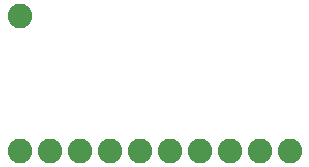
<source format=gbr>
G04 EAGLE Gerber RS-274X export*
G75*
%MOMM*%
%FSLAX34Y34*%
%LPD*%
%INSoldermask Bottom*%
%IPPOS*%
%AMOC8*
5,1,8,0,0,1.08239X$1,22.5*%
G01*
%ADD10C,2.082800*%


D10*
X12700Y127000D03*
X12700Y12700D03*
X38100Y12700D03*
X63500Y12700D03*
X88900Y12700D03*
X114300Y12700D03*
X139700Y12700D03*
X165100Y12700D03*
X190500Y12700D03*
X215900Y12700D03*
X241300Y12700D03*
M02*

</source>
